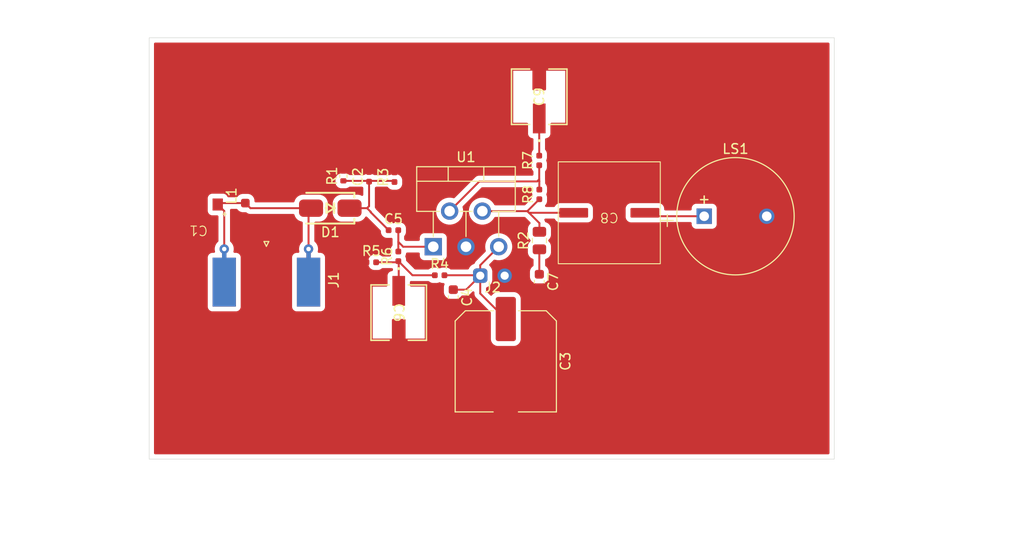
<source format=kicad_pcb>
(kicad_pcb (version 20240108) (generator "pcbnew") (generator_version "8.0")
  (layers (0 "F.Cu" signal) (31 "B.Cu" signal) (34 "B.Paste" user) (35 "F.Paste" user) (36 "B.SilkS" user "B.Silkscreen") (37 "F.SilkS" user "F.Silkscreen") (38 "B.Mask" user) (39 "F.Mask" user) (44 "Edge.Cuts" user))
  (net 0 "")
  (net 1 "GND")
  (net 2 "Net-(D1-A)")
  (net 3 "/V+")
  (net 4 "Net-(U1-+)")
  (net 5 "Net-(C6-Pad1)")
  (net 6 "Net-(C7-Pad1)")
  (net 7 "Net-(LS1-+)")
  (net 8 "/V_F")
  (net 9 "Net-(C9-Pad1)")
  (net 10 "Net-(U1--)")
  (net 11 "/VSS")
  (footprint "yume:Yu-C_0402_mil" (layer "F.Cu") (at 130.95 99.3)
    (property "Reference" "C5" (at 0 -1.16 0) (layer "F.SilkS"))
    (property "Value" "1uF")
    (pad "1" smd roundrect (at -0.5 0) (size 0.6 0.6) (layers "F.Cu" "F.Paste" "F.Mask") (net 3 "/V+"))
    (pad "2" smd roundrect (at 0.5 0) (size 0.6 0.6) (layers "F.Cu" "F.Paste" "F.Mask") (net 4 "Net-(U1-+)"))
  )
  (footprint "Capacitor_SMD:CAP_B6-SVPK_PAN-M" (layer "F.Cu") (at 146.1 85.42 90)
    (property "Reference" "C9" (at 0 0 90) (layer "F.SilkS"))
    (property "Value" "10uF")
    (fp_line (start 2.8829 -2.8829) (end -2.8829 -2.8829) (stroke (width 0.1524)) (layer "F.SilkS"))
    (fp_line (start -2.8829 -2.8829) (end -2.8829 -0.99314) (stroke (width 0.1524)) (layer "F.SilkS"))
    (fp_line (start 2.8829 -0.99314) (end 2.8829 -2.8829) (stroke (width 0.1524)) (layer "F.SilkS"))
    (fp_line (start -2.8829 0.99314) (end -2.8829 2.8829) (stroke (width 0.1524)) (layer "F.SilkS"))
    (fp_line (start 2.8829 2.8829) (end 2.8829 0.99314) (stroke (width 0.1524)) (layer "F.SilkS"))
    (fp_line (start -2.8829 2.8829) (end 2.8829 2.8829) (stroke (width 0.1524)) (layer "F.SilkS"))
    (fp_circle (center -4.572 0) (end -4.4958 0) (stroke (width 0.1524)) (fill none) (layer "F.SilkS"))
    (pad "1" smd rect (at -2.2606 0 90) (size 3.0988 1.3208) (layers "F.Cu" "F.Paste" "F.Mask") (net 9 "Net-(C9-Pad1)"))
    (pad "2" smd rect (at 2.2606 0 90) (size 3.0988 1.3208) (layers "F.Cu" "F.Paste" "F.Mask") (net 1 "GND"))
    (zone (net 0) (net_name "") (layer "F.Cu") (connect_pads (clearance 0)) (min_thickness 0.254)
      (keepout (tracks not_allowed) (vias not_allowed) (pads allowed) (copperpour not_allowed) (footprints allowed))
      (fill (thermal_gap 0.508) (thermal_bridge_width 0.508))
      (polygon (pts (xy 143.3949 88.1251) (xy 143.3949 82.7149) (xy 145.3888 82.7149) (xy 145.3888 88.1251)))
    )
    (zone (net 0) (net_name "") (layer "F.Cu") (connect_pads (clearance 0)) (min_thickness 0.254)
      (keepout (tracks not_allowed) (vias not_allowed) (pads allowed) (copperpour not_allowed) (footprints allowed))
      (fill (thermal_gap 0.508) (thermal_bridge_width 0.508))
      (polygon (pts (xy 145.3888 86.0804) (xy 145.3888 84.7596) (xy 146.8112 84.7596) (xy 146.8112 86.0804)))
    )
    (zone (net 0) (net_name "") (layer "F.Cu") (connect_pads (clearance 0)) (min_thickness 0.254)
      (keepout (tracks not_allowed) (vias not_allowed) (pads allowed) (copperpour not_allowed) (footprints allowed))
      (fill (thermal_gap 0.508) (thermal_bridge_width 0.508))
      (polygon (pts (xy 146.8112 88.1251) (xy 146.8112 82.7149) (xy 148.8051 82.7149) (xy 148.8051 88.1251)))
    )
  )
  (footprint "yume:Yu-R_0402_mil" (layer "F.Cu") (at 131.06 93.79 90)
    (property "Reference" "R3" (at 0 -1.17 90) (layer "F.SilkS"))
    (property "Value" "1M")
    (pad "1" smd roundrect (at -0.5 0 90) (size 0.6 0.6) (layers "F.Cu" "F.Paste" "F.Mask") (net 3 "/V+"))
    (pad "2" smd roundrect (at 0.5 0 90) (size 0.6 0.6) (layers "F.Cu" "F.Paste" "F.Mask") (net 1 "GND"))
  )
  (footprint "yume:Yu-D_SMA" (layer "F.Cu") (at 124.39 97.01 180)
    (property "Reference" "D1" (at 0 -2.5 360) (layer "F.SilkS"))
    (property "Value" "D")
    (fp_line (start 0.4 0.5) (end -0.4 0) (stroke (width 0.2)) (layer "F.SilkS"))
    (fp_line (start 0.4 0) (end 0.5 0) (stroke (width 0.2)) (layer "F.SilkS"))
    (fp_line (start 0.4 -0.5) (end 0.4 0.5) (stroke (width 0.2)) (layer "F.SilkS"))
    (fp_line (start -0.4 0) (end 0.4 -0.5) (stroke (width 0.2)) (layer "F.SilkS"))
    (fp_line (start -0.4 0) (end -0.5 0) (stroke (width 0.2)) (layer "F.SilkS"))
    (fp_line (start -0.4 -0.5) (end -0.4 0.5) (stroke (width 0.2)) (layer "F.SilkS"))
    (fp_line (start -2.5 1.6) (end 2.5 1.6) (stroke (width 0.2)) (layer "F.SilkS"))
    (fp_line (start -2.5 1.1) (end -2.5 1.6) (stroke (width 0.2)) (layer "F.SilkS"))
    (fp_line (start -2.5 -1.6) (end 2.5 -1.6) (stroke (width 0.2)) (layer "F.SilkS"))
    (fp_line (start -2.5 -1.6) (end -2.5 -1.1) (stroke (width 0.2)) (layer "F.SilkS"))
    (pad "1" smd roundrect (at -2 0 180) (size 2.5 1.8) (layers "F.Cu" "F.Paste" "F.Mask") (net 3 "/V+"))
    (pad "2" smd roundrect (at 2 0 180) (size 2.5 1.8) (layers "F.Cu" "F.Paste" "F.Mask") (net 2 "Net-(D1-A)"))
  )
  (footprint "yume:Yu-R_0402_mil" (layer "F.Cu") (at 135.75 103.99)
    (property "Reference" "R4" (at 0 -1.17 0) (layer "F.SilkS"))
    (property "Value" "22k")
    (pad "1" smd roundrect (at -0.5 0) (size 0.6 0.6) (layers "F.Cu" "F.Paste" "F.Mask") (net 5 "Net-(C6-Pad1)"))
    (pad "2" smd roundrect (at 0.5 0) (size 0.6 0.6) (layers "F.Cu" "F.Paste" "F.Mask") (net 11 "/VSS"))
  )
  (footprint "Capacitor_SMD:Cap_Elec_10.4x10.4" (layer "F.Cu") (at 153.38 97.49 180)
    (property "Reference" "C8" (at 0 -0.5 180) (layer "F.SilkS") (effects (font (thickness 0.1))))
    (property "Value" "2200uF")
    (fp_line (start -6.025 -1.425) (end -6.025 -0.175) (stroke (width 0.12)) (layer "F.SilkS"))
    (fp_line (start -6.65 -0.8) (end -5.4 -0.8) (stroke (width 0.12)) (layer "F.SilkS"))
    (fp_rect (start -5.3 -5.3) (end 5.3 5.3) (stroke (width 0.1)) (fill none) (layer "F.SilkS"))
    (pad "1" smd roundrect (at -3.7 0 180) (size 3 1) (layers "F.Cu" "F.Paste" "F.Mask") (roundrect_rratio 0.1) (net 7 "Net-(LS1-+)"))
    (pad "2" smd roundrect (at 3.7 0 180) (size 3 1) (layers "F.Cu" "F.Paste" "F.Mask") (roundrect_rratio 0.1) (net 8 "/V_F"))
  )
  (footprint "yume:Yu-R_0402_mil" (layer "F.Cu") (at 146.11 95.58 90)
    (property "Reference" "R8" (at 0 -1.17 90) (layer "F.SilkS"))
    (property "Value" "200k")
    (pad "1" smd roundrect (at -0.5 0 90) (size 0.6 0.6) (layers "F.Cu" "F.Paste" "F.Mask") (net 8 "/V_F"))
    (pad "2" smd roundrect (at 0.5 0 90) (size 0.6 0.6) (layers "F.Cu" "F.Paste" "F.Mask") (net 10 "Net-(U1--)"))
  )
  (footprint "yume:Yu-R_0402_mil" (layer "F.Cu") (at 128.65 102.64)
    (property "Reference" "R5" (at 0 -1.17 360) (layer "F.SilkS"))
    (property "Value" "22k")
    (pad "1" smd roundrect (at -0.5 0) (size 0.6 0.6) (layers "F.Cu" "F.Paste" "F.Mask") (net 1 "GND"))
    (pad "2" smd roundrect (at 0.5 0) (size 0.6 0.6) (layers "F.Cu" "F.Paste" "F.Mask") (net 5 "Net-(C6-Pad1)"))
  )
  (footprint "yume:Yu-L_0603_mil" (layer "F.Cu") (at 115.56 95.73 90)
    (property "Reference" "L1" (at 0 -1.43 90) (layer "F.SilkS"))
    (property "Value" "1mH")
    (pad "1" smd roundrect (at -0.75 0 90) (size 0.9 0.9) (layers "F.Cu" "F.Paste" "F.Mask") (net 2 "Net-(D1-A)"))
    (pad "2" smd roundrect (at 0.75 0 90) (size 0.9 0.9) (layers "F.Cu" "F.Paste" "F.Mask") (net 1 "GND"))
  )
  (footprint "Resistor_SMD:R_0402_1005Metric" (layer "F.Cu") (at 125.75 93.66 90)
    (property "Reference" "R1" (at 0 -1.17 90) (layer "F.SilkS"))
    (property "Value" "100k")
    (fp_line (start -0.153641 -0.38) (end 0.153641 -0.38) (stroke (width 0.12)) (layer "F.SilkS"))
    (fp_line (start -0.153641 0.38) (end 0.153641 0.38) (stroke (width 0.12)) (layer "F.SilkS"))
    (pad "1" smd roundrect (at -0.51 0 90) (size 0.54 0.64) (layers "F.Cu" "F.Paste" "F.Mask") (net 3 "/V+"))
    (pad "2" smd roundrect (at 0.51 0 90) (size 0.54 0.64) (layers "F.Cu" "F.Paste" "F.Mask") (net 1 "GND"))
  )
  (footprint "Resistor_SMD:R_0805_2012Metric" (layer "F.Cu") (at 146.12 100.38 90)
    (property "Reference" "R2" (at 0 -1.65 90) (layer "F.SilkS"))
    (property "Value" "1")
    (fp_line (start -0.227064 -0.735) (end 0.227064 -0.735) (stroke (width 0.12)) (layer "F.SilkS"))
    (fp_line (start -0.227064 0.735) (end 0.227064 0.735) (stroke (width 0.12)) (layer "F.SilkS"))
    (pad "1" smd roundrect (at -0.9125 0 90) (size 1.025 1.4) (layers "F.Cu" "F.Paste" "F.Mask") (roundrect_rratio 0.243902) (net 6 "Net-(C7-Pad1)"))
    (pad "2" smd roundrect (at 0.9125 0 90) (size 1.025 1.4) (layers "F.Cu" "F.Paste" "F.Mask") (roundrect_rratio 0.243902) (net 8 "/V_F"))
  )
  (footprint "Capacitor_SMD:C_0603_1608Metric" (layer "F.Cu") (at 146.11 104.66 -90)
    (property "Reference" "C7" (at 0 -1.43 90) (layer "F.SilkS"))
    (property "Value" "0.22uF")
    (fp_line (start -0.14058 0.51) (end 0.14058 0.51) (stroke (width 0.12)) (layer "F.SilkS"))
    (fp_line (start -0.14058 -0.51) (end 0.14058 -0.51) (stroke (width 0.12)) (layer "F.SilkS"))
    (pad "1" smd roundrect (at -0.775 0 270) (size 0.9 0.95) (layers "F.Cu" "F.Paste" "F.Mask") (net 6 "Net-(C7-Pad1)"))
    (pad "2" smd roundrect (at 0.775 0 270) (size 0.9 0.95) (layers "F.Cu" "F.Paste" "F.Mask") (net 1 "GND"))
  )
  (footprint "Variable Capacitors:Murata_7-50pF" (layer "F.Cu") (at 110.69375 96.63 180)
    (property "Reference" "C1" (at 0 -2.7 180) (layer "F.SilkS") (effects (font (thickness 0.1))))
    (property "Value" "7-50pF")
    (fp_line (start -2.7 -1.2) (end -2.7 -0.8) (stroke (width 0.1)) (layer "F.SilkS"))
    (fp_line (start -2.9 -1) (end -2.5 -1) (stroke (width 0.1)) (layer "F.SilkS"))
    (pad "1" smd rect (at -2 0 180) (size 1.075 1.25) (layers "F.Cu" "F.Paste" "F.Mask") (net 2 "Net-(D1-A)"))
    (pad "2" smd rect (at 2 0 180) (size 1.075 1.25) (layers "F.Cu" "F.Paste" "F.Mask") (net 1 "GND"))
  )
  (footprint "Package_TO_SOT_THT:TO-220-5_P3.4x3.7mm_StaggerOdd_Lead3.8mm_Vertical" (layer "F.Cu") (at 135.09 101.02)
    (property "Reference" "U1" (at 3.4 -9.32 360) (layer "F.SilkS"))
    (property "Value" "LM1875")
    (fp_line (start -1.721 -8.32) (end -1.721 -3.679) (stroke (width 0.12)) (layer "F.SilkS"))
    (fp_line (start -1.721 -8.32) (end 8.52 -8.32) (stroke (width 0.12)) (layer "F.SilkS"))
    (fp_line (start -1.721 -6.811) (end 8.52 -6.811) (stroke (width 0.12)) (layer "F.SilkS"))
    (fp_line (start -1.721 -3.679) (end 0.635 -3.679) (stroke (width 0.12)) (layer "F.SilkS"))
    (fp_line (start 0 -3.679) (end 0 -1.049) (stroke (width 0.12)) (layer "F.SilkS"))
    (fp_line (start 1.55 -8.32) (end 1.55 -6.811) (stroke (width 0.12)) (layer "F.SilkS"))
    (fp_line (start 2.765 -3.679) (end 4.035 -3.679) (stroke (width 0.12)) (layer "F.SilkS"))
    (fp_line (start 3.4 -3.679) (end 3.4 -1.065) (stroke (width 0.12)) (layer "F.SilkS"))
    (fp_line (start 5.25 -8.32) (end 5.25 -6.811) (stroke (width 0.12)) (layer "F.SilkS"))
    (fp_line (start 6.165 -3.679) (end 8.52 -3.679) (stroke (width 0.12)) (layer "F.SilkS"))
    (fp_line (start 6.8 -3.679) (end 6.8 -1.065) (stroke (width 0.12)) (layer "F.SilkS"))
    (fp_line (start 8.52 -8.32) (end 8.52 -3.679) (stroke (width 0.12)) (layer "F.SilkS"))
    (pad "1" thru_hole rect (at 0 0) (size 1.8 1.8) (drill 1.1) (layers "*.Cu" "*.Mask") (net 4 "Net-(U1-+)"))
    (pad "2" thru_hole oval (at 1.7 -3.7) (size 1.8 1.8) (drill 1.1) (layers "*.Cu" "*.Mask") (net 10 "Net-(U1--)"))
    (pad "3" thru_hole oval (at 3.4 0) (size 1.8 1.8) (drill 1.1) (layers "*.Cu" "*.Mask") (net 1 "GND"))
    (pad "4" thru_hole oval (at 5.1 -3.7) (size 1.8 1.8) (drill 1.1) (layers "*.Cu" "*.Mask") (net 8 "/V_F"))
    (pad "5" thru_hole oval (at 6.8 0) (size 1.8 1.8) (drill 1.1) (layers "*.Cu" "*.Mask") (net 11 "/VSS"))
  )
  (footprint "Capacitor_SMD:C_Elec_10x10.2" (layer "F.Cu") (at 142.625 112.94 -90)
    (property "Reference" "C3" (at 0 -6.2 90) (layer "F.SilkS"))
    (property "Value" "100uF")
    (fp_line (start -4.195563 5.26) (end 5.26 5.26) (stroke (width 0.12)) (layer "F.SilkS"))
    (fp_line (start 5.26 5.26) (end 5.26 1.31) (stroke (width 0.12)) (layer "F.SilkS"))
    (fp_line (start -5.26 4.195563) (end -4.195563 5.26) (stroke (width 0.12)) (layer "F.SilkS"))
    (fp_line (start -5.26 4.195563) (end -5.26 1.31) (stroke (width 0.12)) (layer "F.SilkS"))
    (fp_line (start -5.26 -4.195563) (end -5.26 -1.31) (stroke (width 0.12)) (layer "F.SilkS"))
    (fp_line (start -5.26 -4.195563) (end -4.195563 -5.26) (stroke (width 0.12)) (layer "F.SilkS"))
    (fp_line (start -4.195563 -5.26) (end 5.26 -5.26) (stroke (width 0.12)) (layer "F.SilkS"))
    (fp_line (start 5.26 -5.26) (end 5.26 -1.31) (stroke (width 0.12)) (layer "F.SilkS"))
    (pad "1" smd roundrect (at -4.4 0 270) (size 4.6 2.1) (layers "F.Cu" "F.Paste" "F.Mask") (roundrect_rratio 0.119048) (net 11 "/VSS"))
    (pad "2" smd roundrect (at 4.4 0 270) (size 4.6 2.1) (layers "F.Cu" "F.Paste" "F.Mask") (roundrect_rratio 0.119048) (net 1 "GND"))
  )
  (footprint "Buzzer_Beeper:MagneticBuzzer_ProSignal_ABT-410-RC" (layer "F.Cu") (at 163.24 97.85)
    (property "Reference" "LS1" (at 3.25 -7 360) (layer "F.SilkS"))
    (property "Value" "Earphone")
    (fp_circle (center 3.25 0) (end 9.35 0) (stroke (width 0.12)) (fill none) (layer "F.SilkS"))
    (fp_text user "+" (at 0 -1.8 360) (layer "F.SilkS"))
    (pad "1" thru_hole rect (at 0 0) (size 1.6 1.6) (drill 1) (layers "*.Cu" "*.Mask") (net 7 "Net-(LS1-+)"))
    (pad "2" thru_hole circle (at 6.5 0) (size 1.6 1.6) (drill 1) (layers "*.Cu" "*.Mask") (net 1 "GND"))
  )
  (footprint "yume:Yu-C_0402_mil" (layer "F.Cu") (at 128.42 93.75 90)
    (property "Reference" "C2" (at 0 -1.16 90) (layer "F.SilkS"))
    (property "Value" "22uF")
    (pad "1" smd roundrect (at -0.5 0 90) (size 0.6 0.6) (layers "F.Cu" "F.Paste" "F.Mask") (net 3 "/V+"))
    (pad "2" smd roundrect (at 0.5 0 90) (size 0.6 0.6) (layers "F.Cu" "F.Paste" "F.Mask") (net 1 "GND"))
  )
  (footprint "yume:Yu-R_0402_mil" (layer "F.Cu") (at 131.46 102.02 90)
    (property "Reference" "R6" (at 0 -1.17 90) (layer "F.SilkS"))
    (property "Value" "22k")
    (pad "1" smd roundrect (at -0.5 0 90) (size 0.6 0.6) (layers "F.Cu" "F.Paste" "F.Mask") (net 5 "Net-(C6-Pad1)"))
    (pad "2" smd roundrect (at 0.5 0 90) (size 0.6 0.6) (layers "F.Cu" "F.Paste" "F.Mask") (net 4 "Net-(U1-+)"))
  )
  (footprint "yume:Yu-R_0402_mil" (layer "F.Cu") (at 146.1 92.05 90)
    (property "Reference" "R7" (at 0 -1.17 90) (layer "F.SilkS"))
    (property "Value" "10k")
    (pad "1" smd roundrect (at -0.5 0 90) (size 0.6 0.6) (layers "F.Cu" "F.Paste" "F.Mask") (net 10 "Net-(U1--)"))
    (pad "2" smd roundrect (at 0.5 0 90) (size 0.6 0.6) (layers "F.Cu" "F.Paste" "F.Mask") (net 9 "Net-(C9-Pad1)"))
  )
  (footprint "Capacitor_SMD:CAP_B6-SVPK_PAN-M" (layer "F.Cu") (at 131.5 107.87 -90)
    (property "Reference" "C6" (at 0 0 -90) (layer "F.SilkS"))
    (property "Value" "10uF")
    (fp_line (start -2.8829 2.8829) (end 2.8829 2.8829) (stroke (width 0.1524)) (layer "F.SilkS"))
    (fp_line (start 2.8829 2.8829) (end 2.8829 0.99314) (stroke (width 0.1524)) (layer "F.SilkS"))
    (fp_line (start -2.8829 0.99314) (end -2.8829 2.8829) (stroke (width 0.1524)) (layer "F.SilkS"))
    (fp_line (start 2.8829 -0.99314) (end 2.8829 -2.8829) (stroke (width 0.1524)) (layer "F.SilkS"))
    (fp_line (start -2.8829 -2.8829) (end -2.8829 -0.99314) (stroke (width 0.1524)) (layer "F.SilkS"))
    (fp_line (start 2.8829 -2.8829) (end -2.8829 -2.8829) (stroke (width 0.1524)) (layer "F.SilkS"))
    (fp_circle (center -4.572 0) (end -4.4958 0) (stroke (width 0.1524)) (fill none) (layer "F.SilkS"))
    (pad "1" smd rect (at -2.2606 0 270) (size 3.0988 1.3208) (layers "F.Cu" "F.Paste" "F.Mask") (net 5 "Net-(C6-Pad1)"))
    (pad "2" smd rect (at 2.2606 0 270) (size 3.0988 1.3208) (layers "F.Cu" "F.Paste" "F.Mask") (net 1 "GND"))
    (zone (net 0) (net_name "") (layer "F.Cu") (connect_pads (clearance 0)) (min_thickness 0.254)
      (keepout (tracks not_allowed) (vias not_allowed) (pads allowed) (copperpour not_allowed) (footprints allowed))
      (fill (thermal_gap 0.508) (thermal_bridge_width 0.508))
      (polygon (pts (xy 130.7888 105.1649) (xy 130.7888 110.5751) (xy 128.7949 110.5751) (xy 128.7949 105.1649)))
    )
    (zone (net 0) (net_name "") (layer "F.Cu") (connect_pads (clearance 0)) (min_thickness 0.254)
      (keepout (tracks not_allowed) (vias not_allowed) (pads allowed) (copperpour not_allowed) (footprints allowed))
      (fill (thermal_gap 0.508) (thermal_bridge_width 0.508))
      (polygon (pts (xy 132.2112 107.2096) (xy 132.2112 108.5304) (xy 130.7888 108.5304) (xy 130.7888 107.2096)))
    )
    (zone (net 0) (net_name "") (layer "F.Cu") (connect_pads (clearance 0)) (min_thickness 0.254)
      (keepout (tracks not_allowed) (vias not_allowed) (pads allowed) (copperpour not_allowed) (footprints allowed))
      (fill (thermal_gap 0.508) (thermal_bridge_width 0.508))
      (polygon (pts (xy 134.2051 105.1649) (xy 134.2051 110.5751) (xy 132.2112 110.5751) (xy 132.2112 105.1649)))
    )
  )
  (footprint "Capacitor_SMD:C_0603_1608Metric" (layer "F.Cu") (at 137.17 106.26 -90)
    (property "Reference" "C4" (at 0 -1.43 90) (layer "F.SilkS"))
    (property "Value" "0.2nF")
    (fp_line (start -0.14058 0.51) (end 0.14058 0.51) (stroke (width 0.12)) (layer "F.SilkS"))
    (fp_line (start -0.14058 -0.51) (end 0.14058 -0.51) (stroke (width 0.12)) (layer "F.SilkS"))
    (pad "1" smd roundrect (at -0.775 0 270) (size 0.9 0.95) (layers "F.Cu" "F.Paste" "F.Mask") (net 11 "/VSS"))
    (pad "2" smd roundrect (at 0.775 0 270) (size 0.9 0.95) (layers "F.Cu" "F.Paste" "F.Mask") (net 1 "GND"))
  )
  (footprint "yume:Yu-Pin-1x02-2.54-1.5-0.85-1" (layer "F.Cu") (at 139.97 104.03 90)
    (property "Reference" "J2" (at -1.23 1.29 180) (layer "F.SilkS"))
    (property "Value" "Conn_01x02_Pin")
    (pad "1" thru_hole roundrect (at 0 0 90) (size 1.5 1.5) (drill 0.85) (layers "*.Cu" "*.Mask") (net 11 "/VSS"))
    (pad "2" thru_hole circle (at 0 2.54 90) (size 1.5 1.5) (drill 0.85) (layers "*.Cu" "*.Mask") (net 1 "GND"))
  )
  (footprint "Connector_Coaxial:SMA_Molex_73251-1153_EdgeMount_Horizontal" (layer "F.Cu") (at 117.75 102.98 90)
    (property "Reference" "J1" (at -1.5 7 90) (layer "F.SilkS"))
    (property "Value" "Conn_Coaxial")
    (fp_line (start 2.5 -0.25) (end 2.5 0.25) (stroke (width 0.12)) (layer "F.SilkS"))
    (fp_line (start 2 0) (end 2.5 -0.25) (stroke (width 0.12)) (layer "F.SilkS"))
    (fp_line (start 2.5 0.25) (end 2 0) (stroke (width 0.12)) (layer "F.SilkS"))
    (pad "1" smd rect (at -1.72 0 90) (size 5.08 2.29) (layers "F.Cu" "F.Paste" "F.Mask") (net 1 "GND"))
    (pad "2" smd rect (at -1.72 -4.38 90) (size 5.08 2.42) (layers "F.Cu" "F.Paste" "F.Mask") (net 2 "Net-(D1-A)"))
    (pad "2" smd rect (at -1.72 -4.38 90) (size 5.08 2.42) (layers "B.Cu" "B.Paste" "B.Mask") (net 2 "Net-(D1-A)"))
    (pad "2" smd rect (at -1.72 4.38 90) (size 5.08 2.42) (layers "F.Cu" "F.Paste" "F.Mask") (net 2 "Net-(D1-A)"))
    (pad "2" smd rect (at -1.72 4.38 90) (size 5.08 2.42) (layers "B.Cu" "B.Paste" "B.Mask") (net 2 "Net-(D1-A)"))
    (pad "2" smd rect (at 1.27 -4.38 90) (size 0.95 0.46) (layers "F.Cu") (net 2 "Net-(D1-A)"))
    (pad "2" smd rect (at 1.27 -4.38 90) (size 0.95 0.46) (layers "B.Cu") (net 2 "Net-(D1-A)"))
    (pad "2" smd rect (at 1.27 4.38 90) (size 0.95 0.46) (layers "F.Cu") (net 2 "Net-(D1-A)"))
    (pad "2" smd rect (at 1.27 4.38 90) (size 0.95 0.46) (layers "B.Cu") (net 2 "Net-(D1-A)"))
    (pad "2" thru_hole circle (at 1.72 -4.38 90) (size 0.97 0.97) (drill 0.46) (layers "*.Cu") (net 2 "Net-(D1-A)"))
    (pad "2" thru_hole circle (at 1.72 4.38 90) (size 0.97 0.97) (drill 0.46) (layers "*.Cu") (net 2 "Net-(D1-A)"))
  )
  (gr_rect (start 105.57 79.29) (end 176.76 123.11) (stroke (width 0.05)) (fill none) (layer "Edge.Cuts"))
  (segment (start 113.37 97.30625) (end 112.69375 96.63) (width 0.2) (layer "F.Cu") (net 2))
  (segment (start 122.39 97.01) (end 116.09 97.01) (width 0.2) (layer "F.Cu") (net 2))
  (segment (start 113.37 104.7) (end 113.37 97.30625) (width 0.2) (layer "F.Cu") (net 2))
  (segment (start 116.09 97.01) (end 115.56 96.48) (width 0.2) (layer "F.Cu") (net 2))
  (segment (start 115.56 96.48) (end 112.84375 96.48) (width 0.2) (layer "F.Cu") (net 2))
  (segment (start 112.84375 96.48) (end 112.69375 96.63) (width 0.2) (layer "F.Cu") (net 2))
  (segment (start 122.13 97.27) (end 122.39 97.01) (width 0.2) (layer "F.Cu") (net 2))
  (segment (start 122.13 104.7) (end 122.13 97.27) (width 0.2) (layer "F.Cu") (net 2))
  (segment (start 130.45 99.3) (end 128.59 97.44) (width 0.2) (layer "F.Cu") (net 3))
  (segment (start 128.59 97.44) (end 128.59 97.39) (width 0.2) (layer "F.Cu") (net 3))
  (segment (start 128.42 96.8) (end 128.21 97.01) (width 0.2) (layer "F.Cu") (net 3))
  (segment (start 128.42 94.25) (end 128.42 96.8) (width 0.2) (layer "F.Cu") (net 3))
  (segment (start 128.21 97.01) (end 126.39 97.01) (width 0.2) (layer "F.Cu") (net 3))
  (segment (start 128.59 97.39) (end 128.21 97.01) (width 0.2) (layer "F.Cu") (net 3))
  (segment (start 125.75 94.17) (end 130.94 94.17) (width 0.2) (layer "F.Cu") (net 3))
  (segment (start 130.94 94.17) (end 131.06 94.29) (width 0.2) (layer "F.Cu") (net 3))
  (segment (start 131.46 100.52) (end 131.46 99.31) (width 0.2) (layer "F.Cu") (net 4))
  (segment (start 131.46 100.52) (end 131.96 101.02) (width 0.2) (layer "F.Cu") (net 4))
  (segment (start 131.96 101.02) (end 135.09 101.02) (width 0.2) (layer "F.Cu") (net 4))
  (segment (start 131.46 101.52) (end 131.46 100.52) (width 0.2) (layer "F.Cu") (net 4))
  (segment (start 131.46 99.31) (end 131.45 99.3) (width 0.2) (layer "F.Cu") (net 4))
  (segment (start 132.93 103.99) (end 131.46 102.52) (width 0.2) (layer "F.Cu") (net 5))
  (segment (start 129.15 102.64) (end 131.34 102.64) (width 0.2) (layer "F.Cu") (net 5))
  (segment (start 131.5 102.56) (end 131.46 102.52) (width 0.2) (layer "F.Cu") (net 5))
  (segment (start 131.34 102.64) (end 131.46 102.52) (width 0.2) (layer "F.Cu") (net 5))
  (segment (start 131.5 105.6094) (end 131.5 102.56) (width 0.2) (layer "F.Cu") (net 5))
  (segment (start 135.25 103.99) (end 132.93 103.99) (width 0.2) (layer "F.Cu") (net 5))
  (segment (start 146.11 103.885) (end 146.11 101.3025) (width 0.2) (layer "F.Cu") (net 6))
  (segment (start 146.11 101.3025) (end 146.12 101.2925) (width 0.2) (layer "F.Cu") (net 6))
  (segment (start 163.24 97.85) (end 157.44 97.85) (width 0.2) (layer "F.Cu") (net 7))
  (segment (start 157.44 97.85) (end 157.08 97.49) (width 0.2) (layer "F.Cu") (net 7))
  (segment (start 144.87 97.32) (end 146.11 96.08) (width 0.2) (layer "F.Cu") (net 8))
  (segment (start 146.12 98.57) (end 144.87 97.32) (width 0.2) (layer "F.Cu") (net 8))
  (segment (start 146.12 99.4675) (end 146.12 98.57) (width 0.2) (layer "F.Cu") (net 8))
  (segment (start 140.19 97.32) (end 144.87 97.32) (width 0.2) (layer "F.Cu") (net 8))
  (segment (start 145.04 97.49) (end 149.68 97.49) (width 0.2) (layer "F.Cu") (net 8))
  (segment (start 144.87 97.32) (end 145.04 97.49) (width 0.2) (layer "F.Cu") (net 8))
  (segment (start 146.1 91.55) (end 146.1 87.6806) (width 0.2) (layer "F.Cu") (net 9))
  (segment (start 145.89 94.23) (end 146.03 94.09) (width 0.2) (layer "F.Cu") (net 10))
  (segment (start 146.11 95.08) (end 146.11 94.17) (width 0.2) (layer "F.Cu") (net 10))
  (segment (start 136.79 97.32) (end 139.88 94.23) (width 0.2) (layer "F.Cu") (net 10))
  (segment (start 139.88 94.23) (end 145.89 94.23) (width 0.2) (layer "F.Cu") (net 10))
  (segment (start 146.1 94.02) (end 146.1 92.55) (width 0.2) (layer "F.Cu") (net 10))
  (segment (start 146.11 94.17) (end 146.03 94.09) (width 0.2) (layer "F.Cu") (net 10))
  (segment (start 146.03 94.09) (end 146.1 94.02) (width 0.2) (layer "F.Cu") (net 10))
  (segment (start 139.97 102.94) (end 139.97 104.03) (width 0.2) (layer "F.Cu") (net 11))
  (segment (start 139.97 105.885) (end 139.97 104.03) (width 0.2) (layer "F.Cu") (net 11))
  (segment (start 136.25 103.99) (end 139.93 103.99) (width 0.2) (layer "F.Cu") (net 11))
  (segment (start 139.93 103.99) (end 139.97 104.03) (width 0.2) (layer "F.Cu") (net 11))
  (segment (start 141.89 101.02) (end 139.97 102.94) (width 0.2) (layer "F.Cu") (net 11))
  (segment (start 137.17 105.485) (end 138.515 105.485) (width 0.2) (layer "F.Cu") (net 11))
  (segment (start 142.625 108.54) (end 139.97 105.885) (width 0.2) (layer "F.Cu") (net 11))
  (segment (start 138.515 105.485) (end 139.97 104.03) (width 0.2) (layer "F.Cu") (net 11))
  (zone (net 1) (net_name "GND") (layer "F.Cu") (connect_pads yes (clearance 0.5)) (min_thickness 0.25) (fill yes (thermal_gap 0.5) (thermal_bridge_width 0.5))
    (polygon (pts (xy 95.9 81.19) (xy 94.62 128.76) (xy 196.49 131.31) (xy 187.02 75.36) (xy 90.07 77.73)))
  )
)
</source>
